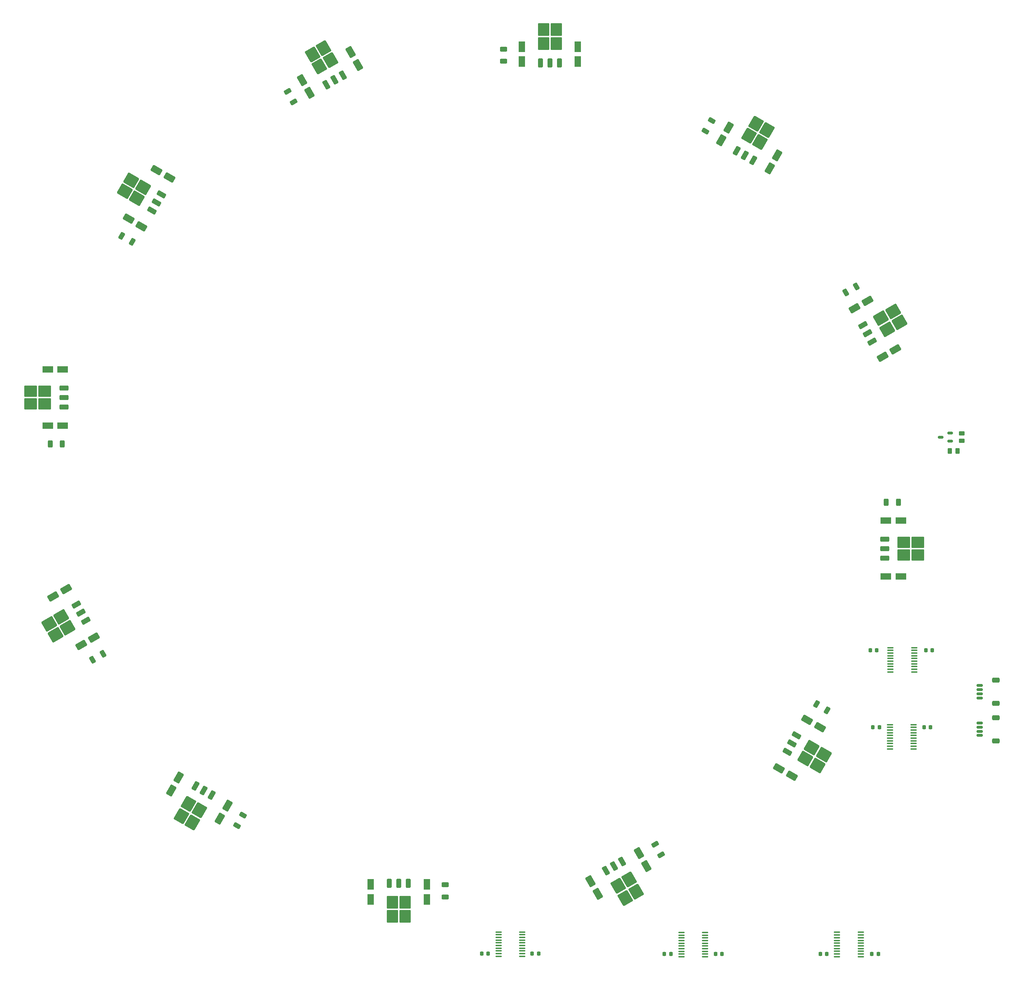
<source format=gtp>
%TF.GenerationSoftware,KiCad,Pcbnew,7.0.8-7.0.8~ubuntu22.04.1*%
%TF.CreationDate,2024-02-09T15:05:28-08:00*%
%TF.ProjectId,teensy_arena_12-12,7465656e-7379-45f6-9172-656e615f3132,rev?*%
%TF.SameCoordinates,Original*%
%TF.FileFunction,Paste,Top*%
%TF.FilePolarity,Positive*%
%FSLAX46Y46*%
G04 Gerber Fmt 4.6, Leading zero omitted, Abs format (unit mm)*
G04 Created by KiCad (PCBNEW 7.0.8-7.0.8~ubuntu22.04.1) date 2024-02-09 15:05:28*
%MOMM*%
%LPD*%
G01*
G04 APERTURE LIST*
G04 Aperture macros list*
%AMRoundRect*
0 Rectangle with rounded corners*
0 $1 Rounding radius*
0 $2 $3 $4 $5 $6 $7 $8 $9 X,Y pos of 4 corners*
0 Add a 4 corners polygon primitive as box body*
4,1,4,$2,$3,$4,$5,$6,$7,$8,$9,$2,$3,0*
0 Add four circle primitives for the rounded corners*
1,1,$1+$1,$2,$3*
1,1,$1+$1,$4,$5*
1,1,$1+$1,$6,$7*
1,1,$1+$1,$8,$9*
0 Add four rect primitives between the rounded corners*
20,1,$1+$1,$2,$3,$4,$5,0*
20,1,$1+$1,$4,$5,$6,$7,0*
20,1,$1+$1,$6,$7,$8,$9,0*
20,1,$1+$1,$8,$9,$2,$3,0*%
G04 Aperture macros list end*
%ADD10RoundRect,0.250000X0.583133X0.385016X0.041867X0.697516X-0.583133X-0.385016X-0.041867X-0.697516X0*%
%ADD11RoundRect,0.250000X0.697516X0.041867X0.385016X0.583133X-0.697516X-0.041867X-0.385016X-0.583133X0*%
%ADD12RoundRect,0.250000X0.625000X-0.312500X0.625000X0.312500X-0.625000X0.312500X-0.625000X-0.312500X0*%
%ADD13RoundRect,0.250000X0.385016X-0.583133X0.697516X-0.041867X-0.385016X0.583133X-0.697516X0.041867X0*%
%ADD14RoundRect,0.250000X0.041867X-0.697516X0.583133X-0.385016X-0.041867X0.697516X-0.583133X0.385016X0*%
%ADD15RoundRect,0.250000X-0.312500X-0.625000X0.312500X-0.625000X0.312500X0.625000X-0.312500X0.625000X0*%
%ADD16RoundRect,0.250000X-0.583133X-0.385016X-0.041867X-0.697516X0.583133X0.385016X0.041867X0.697516X0*%
%ADD17RoundRect,0.250000X-0.697516X-0.041867X-0.385016X-0.583133X0.697516X0.041867X0.385016X0.583133X0*%
%ADD18RoundRect,0.250000X-0.625000X0.312500X-0.625000X-0.312500X0.625000X-0.312500X0.625000X0.312500X0*%
%ADD19RoundRect,0.250000X-0.385016X0.583133X-0.697516X0.041867X0.385016X-0.583133X0.697516X-0.041867X0*%
%ADD20RoundRect,0.250000X-0.041867X0.697516X-0.583133X0.385016X0.041867X-0.697516X0.583133X-0.385016X0*%
%ADD21RoundRect,0.250000X0.312500X0.625000X-0.312500X0.625000X-0.312500X-0.625000X0.312500X-0.625000X0*%
%ADD22RoundRect,0.250000X1.184327X-0.048686X-0.634327X1.001314X-1.184327X0.048686X0.634327X-1.001314X0*%
%ADD23RoundRect,0.250000X-0.350000X0.850000X-0.350000X-0.850000X0.350000X-0.850000X0.350000X0.850000X0*%
%ADD24RoundRect,0.250000X-1.125000X1.275000X-1.125000X-1.275000X1.125000X-1.275000X1.125000X1.275000X0*%
%ADD25RoundRect,0.225000X0.225000X0.250000X-0.225000X0.250000X-0.225000X-0.250000X0.225000X-0.250000X0*%
%ADD26RoundRect,0.250000X-1.050000X-0.550000X1.050000X-0.550000X1.050000X0.550000X-1.050000X0.550000X0*%
%ADD27RoundRect,0.250000X1.001314X-0.634327X-0.048686X1.184327X-1.001314X0.634327X0.048686X-1.184327X0*%
%ADD28RoundRect,0.100000X0.637500X0.100000X-0.637500X0.100000X-0.637500X-0.100000X0.637500X-0.100000X0*%
%ADD29RoundRect,0.250000X0.048686X1.184327X-1.001314X-0.634327X-0.048686X-1.184327X1.001314X0.634327X0*%
%ADD30RoundRect,0.100000X-0.637500X-0.100000X0.637500X-0.100000X0.637500X0.100000X-0.637500X0.100000X0*%
%ADD31RoundRect,0.250000X-0.850000X-0.350000X0.850000X-0.350000X0.850000X0.350000X-0.850000X0.350000X0*%
%ADD32RoundRect,0.250000X-1.275000X-1.125000X1.275000X-1.125000X1.275000X1.125000X-1.275000X1.125000X0*%
%ADD33RoundRect,0.250000X0.634327X1.001314X-1.184327X-0.048686X-0.634327X-1.001314X1.184327X0.048686X0*%
%ADD34RoundRect,0.225000X-0.225000X-0.250000X0.225000X-0.250000X0.225000X0.250000X-0.225000X0.250000X0*%
%ADD35RoundRect,0.150000X0.625000X-0.150000X0.625000X0.150000X-0.625000X0.150000X-0.625000X-0.150000X0*%
%ADD36RoundRect,0.250000X0.650000X-0.350000X0.650000X0.350000X-0.650000X0.350000X-0.650000X-0.350000X0*%
%ADD37RoundRect,0.250000X-1.184327X0.048686X0.634327X-1.001314X1.184327X-0.048686X-0.634327X1.001314X0*%
%ADD38RoundRect,0.250000X-0.634327X-1.001314X1.184327X0.048686X0.634327X1.001314X-1.184327X-0.048686X0*%
%ADD39RoundRect,0.250000X-0.728109X0.561122X0.121891X-0.911122X0.728109X-0.561122X-0.121891X0.911122X0*%
%ADD40RoundRect,0.250000X-1.611779X0.541682X-0.336779X-1.666682X1.611779X-0.541682X0.336779X1.666682X0*%
%ADD41RoundRect,0.250000X0.850000X0.350000X-0.850000X0.350000X-0.850000X-0.350000X0.850000X-0.350000X0*%
%ADD42RoundRect,0.250000X1.275000X1.125000X-1.275000X1.125000X-1.275000X-1.125000X1.275000X-1.125000X0*%
%ADD43RoundRect,0.250000X-0.121891X-0.911122X0.728109X0.561122X0.121891X0.911122X-0.728109X-0.561122X0*%
%ADD44RoundRect,0.250000X0.336779X-1.666682X1.611779X0.541682X-0.336779X1.666682X-1.611779X-0.541682X0*%
%ADD45RoundRect,0.150000X0.512500X0.150000X-0.512500X0.150000X-0.512500X-0.150000X0.512500X-0.150000X0*%
%ADD46RoundRect,0.250000X-0.550000X1.050000X-0.550000X-1.050000X0.550000X-1.050000X0.550000X1.050000X0*%
%ADD47RoundRect,0.250000X0.561122X0.728109X-0.911122X-0.121891X-0.561122X-0.728109X0.911122X0.121891X0*%
%ADD48RoundRect,0.250000X0.541682X1.611779X-1.666682X0.336779X-0.541682X-1.611779X1.666682X-0.336779X0*%
%ADD49RoundRect,0.250000X0.728109X-0.561122X-0.121891X0.911122X-0.728109X0.561122X0.121891X-0.911122X0*%
%ADD50RoundRect,0.250000X1.611779X-0.541682X0.336779X1.666682X-1.611779X0.541682X-0.336779X-1.666682X0*%
%ADD51RoundRect,0.250000X-1.001314X0.634327X0.048686X-1.184327X1.001314X-0.634327X-0.048686X1.184327X0*%
%ADD52RoundRect,0.250000X-0.262500X-0.450000X0.262500X-0.450000X0.262500X0.450000X-0.262500X0.450000X0*%
%ADD53RoundRect,0.250000X0.911122X-0.121891X-0.561122X0.728109X-0.911122X0.121891X0.561122X-0.728109X0*%
%ADD54RoundRect,0.250000X1.666682X0.336779X-0.541682X1.611779X-1.666682X-0.336779X0.541682X-1.611779X0*%
%ADD55RoundRect,0.250000X1.050000X0.550000X-1.050000X0.550000X-1.050000X-0.550000X1.050000X-0.550000X0*%
%ADD56RoundRect,0.250000X-0.048686X-1.184327X1.001314X0.634327X0.048686X1.184327X-1.001314X-0.634327X0*%
%ADD57RoundRect,0.250000X0.550000X-1.050000X0.550000X1.050000X-0.550000X1.050000X-0.550000X-1.050000X0*%
%ADD58RoundRect,0.250000X-0.911122X0.121891X0.561122X-0.728109X0.911122X-0.121891X-0.561122X0.728109X0*%
%ADD59RoundRect,0.250000X-1.666682X-0.336779X0.541682X-1.611779X1.666682X0.336779X-0.541682X1.611779X0*%
%ADD60RoundRect,0.250000X0.350000X-0.850000X0.350000X0.850000X-0.350000X0.850000X-0.350000X-0.850000X0*%
%ADD61RoundRect,0.250000X1.125000X-1.275000X1.125000X1.275000X-1.125000X1.275000X-1.125000X-1.275000X0*%
%ADD62RoundRect,0.250000X-0.561122X-0.728109X0.911122X0.121891X0.561122X0.728109X-0.911122X-0.121891X0*%
%ADD63RoundRect,0.250000X-0.541682X-1.611779X1.666682X-0.336779X0.541682X1.611779X-1.666682X0.336779X0*%
%ADD64RoundRect,0.250000X-0.450000X0.262500X-0.450000X-0.262500X0.450000X-0.262500X0.450000X0.262500X0*%
%ADD65RoundRect,0.250000X0.121891X0.911122X-0.728109X-0.561122X-0.121891X-0.911122X0.728109X0.561122X0*%
%ADD66RoundRect,0.250000X-0.336779X1.666682X-1.611779X-0.541682X0.336779X-1.666682X1.611779X0.541682X0*%
G04 APERTURE END LIST*
D10*
%TO.C,R14*%
X262719062Y-234940950D03*
X260185938Y-233478450D03*
%TD*%
D11*
%TO.C,R13*%
X222771550Y-269745062D03*
X221309050Y-267211938D03*
%TD*%
D12*
%TO.C,R12*%
X170774000Y-279912500D03*
X170774000Y-276987500D03*
%TD*%
D13*
%TO.C,R11*%
X120659050Y-262719062D03*
X122121550Y-260185938D03*
%TD*%
D14*
%TO.C,R10*%
X85854938Y-222771550D03*
X88388062Y-221309050D03*
%TD*%
D15*
%TO.C,R9*%
X75687500Y-170774000D03*
X78612500Y-170774000D03*
%TD*%
D16*
%TO.C,R8*%
X92880938Y-120659050D03*
X95414062Y-122121550D03*
%TD*%
D17*
%TO.C,R7*%
X132828450Y-85854938D03*
X134290950Y-88388062D03*
%TD*%
D18*
%TO.C,R6*%
X184826000Y-75687500D03*
X184826000Y-78612500D03*
%TD*%
D19*
%TO.C,R5*%
X234940950Y-92880938D03*
X233478450Y-95414062D03*
%TD*%
D20*
%TO.C,R4*%
X267211938Y-134290950D03*
X269745062Y-132828450D03*
%TD*%
D21*
%TO.C,R3*%
X276987500Y-184826000D03*
X279912500Y-184826000D03*
%TD*%
D22*
%TO.C,C21*%
X104438346Y-106658000D03*
X101320654Y-104858000D03*
%TD*%
D23*
%TO.C,U15*%
X161877000Y-276619000D03*
X159597000Y-276619000D03*
D24*
X161122000Y-281244000D03*
X158072000Y-281244000D03*
X161122000Y-284594000D03*
X158072000Y-284594000D03*
D23*
X157317000Y-276619000D03*
%TD*%
D25*
%TO.C,C3*%
X275320000Y-239080000D03*
X273770000Y-239080000D03*
%TD*%
%TO.C,C6*%
X225130000Y-293684000D03*
X223580000Y-293684000D03*
%TD*%
D26*
%TO.C,C24*%
X75096000Y-166370000D03*
X78696000Y-166370000D03*
%TD*%
D27*
%TO.C,C19*%
X149838000Y-79508346D03*
X148038000Y-76390654D03*
%TD*%
D26*
%TO.C,C11*%
X276904000Y-202730000D03*
X280504000Y-202730000D03*
%TD*%
D28*
%TO.C,U3*%
X233402100Y-294342600D03*
X233402100Y-293692600D03*
X233402100Y-293042600D03*
X233402100Y-292392600D03*
X233402100Y-291742600D03*
X233402100Y-291092600D03*
X233402100Y-290442600D03*
X233402100Y-289792600D03*
X233402100Y-289142600D03*
X233402100Y-288492600D03*
X227677100Y-288492600D03*
X227677100Y-289142600D03*
X227677100Y-289792600D03*
X227677100Y-290442600D03*
X227677100Y-291092600D03*
X227677100Y-291742600D03*
X227677100Y-292392600D03*
X227677100Y-293042600D03*
X227677100Y-293692600D03*
X227677100Y-294342600D03*
%TD*%
D29*
%TO.C,C27*%
X106658000Y-251161654D03*
X104858000Y-254279346D03*
%TD*%
D25*
%TO.C,C8*%
X262687000Y-293654000D03*
X261137000Y-293654000D03*
%TD*%
D30*
%TO.C,U2*%
X277878400Y-238414800D03*
X277878400Y-239064800D03*
X277878400Y-239714800D03*
X277878400Y-240364800D03*
X277878400Y-241014800D03*
X277878400Y-241664800D03*
X277878400Y-242314800D03*
X277878400Y-242964800D03*
X277878400Y-243614800D03*
X277878400Y-244264800D03*
X283603400Y-244264800D03*
X283603400Y-243614800D03*
X283603400Y-242964800D03*
X283603400Y-242314800D03*
X283603400Y-241664800D03*
X283603400Y-241014800D03*
X283603400Y-240364800D03*
X283603400Y-239714800D03*
X283603400Y-239064800D03*
X283603400Y-238414800D03*
%TD*%
D31*
%TO.C,U6*%
X276619000Y-193723000D03*
X276619000Y-196003000D03*
D32*
X281244000Y-194478000D03*
X281244000Y-197528000D03*
X284594000Y-194478000D03*
X284594000Y-197528000D03*
D31*
X276619000Y-198283000D03*
%TD*%
D33*
%TO.C,C14*%
X272459346Y-136346700D03*
X269341654Y-138146700D03*
%TD*%
D34*
%TO.C,C9*%
X191729000Y-293604000D03*
X193279000Y-293604000D03*
%TD*%
D35*
%TO.C,J3*%
X299500000Y-232005000D03*
X299500000Y-231005000D03*
X299500000Y-230005000D03*
X299500000Y-229005000D03*
D36*
X303375000Y-233305000D03*
X303375000Y-227705000D03*
%TD*%
D34*
%TO.C,C2*%
X286499000Y-220472000D03*
X288049000Y-220472000D03*
%TD*%
%TO.C,C5*%
X235915000Y-293674000D03*
X237465000Y-293674000D03*
%TD*%
D37*
%TO.C,C22*%
X94570654Y-116549300D03*
X97688346Y-118349300D03*
%TD*%
D25*
%TO.C,C10*%
X181129000Y-293564000D03*
X179579000Y-293564000D03*
%TD*%
D29*
%TO.C,C16*%
X239050700Y-94570654D03*
X237250700Y-97688346D03*
%TD*%
D38*
%TO.C,C26*%
X83140654Y-219253300D03*
X86258346Y-217453300D03*
%TD*%
D39*
%TO.C,U16*%
X213419838Y-271341332D03*
X211445300Y-272481332D03*
D40*
X215078489Y-275724199D03*
X212437111Y-277249199D03*
X216753489Y-278625385D03*
X214112111Y-280150385D03*
D39*
X209470762Y-273621332D03*
%TD*%
D41*
%TO.C,U12*%
X78981000Y-161877000D03*
X78981000Y-159597000D03*
D42*
X74356000Y-161122000D03*
X74356000Y-158072000D03*
X71006000Y-161122000D03*
X71006000Y-158072000D03*
D41*
X78981000Y-157317000D03*
%TD*%
D43*
%TO.C,U8*%
X240999262Y-100181668D03*
X242973800Y-101321668D03*
D44*
X243965611Y-96553801D03*
X246606989Y-98078801D03*
X245640611Y-93652615D03*
X248281989Y-95177615D03*
D43*
X244948338Y-102461668D03*
%TD*%
D30*
%TO.C,U1*%
X277993000Y-219874000D03*
X277993000Y-220524000D03*
X277993000Y-221174000D03*
X277993000Y-221824000D03*
X277993000Y-222474000D03*
X277993000Y-223124000D03*
X277993000Y-223774000D03*
X277993000Y-224424000D03*
X277993000Y-225074000D03*
X277993000Y-225724000D03*
X283718000Y-225724000D03*
X283718000Y-225074000D03*
X283718000Y-224424000D03*
X283718000Y-223774000D03*
X283718000Y-223124000D03*
X283718000Y-222474000D03*
X283718000Y-221824000D03*
X283718000Y-221174000D03*
X283718000Y-220524000D03*
X283718000Y-219874000D03*
%TD*%
D45*
%TO.C,Q2*%
X292343000Y-170114000D03*
X292343000Y-168214000D03*
X290068000Y-169164000D03*
%TD*%
D46*
%TO.C,C29*%
X152870000Y-276904000D03*
X152870000Y-280504000D03*
%TD*%
D47*
%TO.C,U13*%
X84258668Y-213419838D03*
X83118668Y-211445300D03*
D48*
X79875801Y-215078489D03*
X78350801Y-212437111D03*
X76974615Y-216753489D03*
X75449615Y-214112111D03*
D47*
X81978668Y-209470762D03*
%TD*%
D49*
%TO.C,U10*%
X142180162Y-84258668D03*
X144154700Y-83118668D03*
D50*
X140521511Y-79875801D03*
X143162889Y-78350801D03*
X138846511Y-76974615D03*
X141487889Y-75449615D03*
D49*
X146129238Y-81978668D03*
%TD*%
D51*
%TO.C,C31*%
X205762000Y-276091654D03*
X207562000Y-279209346D03*
%TD*%
D28*
%TO.C,U4*%
X270845100Y-294291800D03*
X270845100Y-293641800D03*
X270845100Y-292991800D03*
X270845100Y-292341800D03*
X270845100Y-291691800D03*
X270845100Y-291041800D03*
X270845100Y-290391800D03*
X270845100Y-289741800D03*
X270845100Y-289091800D03*
X270845100Y-288441800D03*
X265120100Y-288441800D03*
X265120100Y-289091800D03*
X265120100Y-289741800D03*
X265120100Y-290391800D03*
X265120100Y-291041800D03*
X265120100Y-291691800D03*
X265120100Y-292341800D03*
X265120100Y-292991800D03*
X265120100Y-293641800D03*
X265120100Y-294291800D03*
%TD*%
D52*
%TO.C,R1*%
X292307000Y-172466000D03*
X294132000Y-172466000D03*
%TD*%
D27*
%TO.C,C32*%
X219253300Y-272459346D03*
X217453300Y-269341654D03*
%TD*%
D53*
%TO.C,U11*%
X100181668Y-114600738D03*
X101321668Y-112626200D03*
D54*
X96553801Y-111634389D03*
X98078801Y-108993011D03*
X93652615Y-109959389D03*
X95177615Y-107318011D03*
D53*
X102461668Y-110651662D03*
%TD*%
D46*
%TO.C,C18*%
X189230000Y-75096000D03*
X189230000Y-78696000D03*
%TD*%
D55*
%TO.C,C23*%
X78696000Y-152870000D03*
X75096000Y-152870000D03*
%TD*%
D56*
%TO.C,C28*%
X116549300Y-261029346D03*
X118349300Y-257911654D03*
%TD*%
D33*
%TO.C,C25*%
X79508346Y-205762000D03*
X76390654Y-207562000D03*
%TD*%
D34*
%TO.C,C4*%
X286110000Y-239080000D03*
X287660000Y-239080000D03*
%TD*%
D51*
%TO.C,C20*%
X136346700Y-83140654D03*
X138146700Y-86258346D03*
%TD*%
D57*
%TO.C,C30*%
X166370000Y-280504000D03*
X166370000Y-276904000D03*
%TD*%
D34*
%TO.C,C7*%
X273517000Y-293624000D03*
X275067000Y-293624000D03*
%TD*%
D25*
%TO.C,C1*%
X274688600Y-220522800D03*
X273138600Y-220522800D03*
%TD*%
D22*
%TO.C,C34*%
X261029346Y-239050700D03*
X257911654Y-237250700D03*
%TD*%
D56*
%TO.C,C15*%
X248942000Y-104438346D03*
X250742000Y-101320654D03*
%TD*%
D38*
%TO.C,C13*%
X276091654Y-149838000D03*
X279209346Y-148038000D03*
%TD*%
D55*
%TO.C,C12*%
X280504000Y-189230000D03*
X276904000Y-189230000D03*
%TD*%
D58*
%TO.C,U17*%
X255418332Y-240999262D03*
X254278332Y-242973800D03*
D59*
X259046199Y-243965611D03*
X257521199Y-246606989D03*
X261947385Y-245640611D03*
X260422385Y-248281989D03*
D58*
X253138332Y-244948338D03*
%TD*%
D35*
%TO.C,J2*%
X299500000Y-241016000D03*
X299500000Y-240016000D03*
X299500000Y-239016000D03*
X299500000Y-238016000D03*
D36*
X303375000Y-242316000D03*
X303375000Y-236716000D03*
%TD*%
D60*
%TO.C,U9*%
X193723000Y-78981000D03*
X196003000Y-78981000D03*
D61*
X194478000Y-74356000D03*
X197528000Y-74356000D03*
X194478000Y-71006000D03*
X197528000Y-71006000D03*
D60*
X198283000Y-78981000D03*
%TD*%
D62*
%TO.C,U7*%
X271341332Y-142180162D03*
X272481332Y-144154700D03*
D63*
X275724199Y-140521511D03*
X277249199Y-143162889D03*
X278625385Y-138846511D03*
X280150385Y-141487889D03*
D62*
X273621332Y-146129238D03*
%TD*%
D28*
%TO.C,U5*%
X189364200Y-294220800D03*
X189364200Y-293570800D03*
X189364200Y-292920800D03*
X189364200Y-292270800D03*
X189364200Y-291620800D03*
X189364200Y-290970800D03*
X189364200Y-290320800D03*
X189364200Y-289670800D03*
X189364200Y-289020800D03*
X189364200Y-288370800D03*
X183639200Y-288370800D03*
X183639200Y-289020800D03*
X183639200Y-289670800D03*
X183639200Y-290320800D03*
X183639200Y-290970800D03*
X183639200Y-291620800D03*
X183639200Y-292270800D03*
X183639200Y-292920800D03*
X183639200Y-293570800D03*
X183639200Y-294220800D03*
%TD*%
D64*
%TO.C,R2*%
X295148000Y-168251500D03*
X295148000Y-170076500D03*
%TD*%
D65*
%TO.C,U14*%
X114600738Y-255418332D03*
X112626200Y-254278332D03*
D66*
X111634389Y-259046199D03*
X108993011Y-257521199D03*
X109959389Y-261947385D03*
X107318011Y-260422385D03*
D65*
X110651662Y-253138332D03*
%TD*%
D37*
%TO.C,C33*%
X251161654Y-248942000D03*
X254279346Y-250742000D03*
%TD*%
D57*
%TO.C,C17*%
X202730000Y-78696000D03*
X202730000Y-75096000D03*
%TD*%
M02*

</source>
